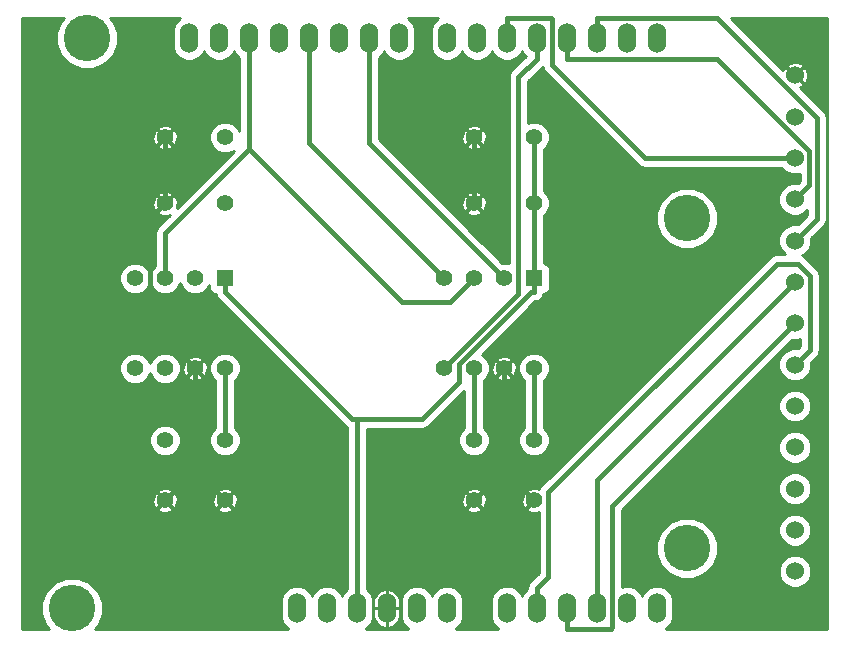
<source format=gbl>
G04 (created by PCBNEW-RS274X (2011-aug-04)-testing) date Mon 24 Sep 2012 11:43:35 AM PDT*
G01*
G70*
G90*
%MOIN*%
G04 Gerber Fmt 3.4, Leading zero omitted, Abs format*
%FSLAX34Y34*%
G04 APERTURE LIST*
%ADD10C,0.006000*%
%ADD11R,0.055000X0.055000*%
%ADD12C,0.055000*%
%ADD13O,0.060000X0.100000*%
%ADD14C,0.155000*%
%ADD15C,0.060000*%
%ADD16C,0.015000*%
%ADD17C,0.010000*%
G04 APERTURE END LIST*
G54D10*
G54D11*
X27400Y-18000D03*
G54D12*
X26400Y-18000D03*
X25400Y-18000D03*
X24400Y-18000D03*
X24400Y-21000D03*
X25400Y-21000D03*
X26400Y-21000D03*
X27400Y-21000D03*
G54D11*
X17100Y-18000D03*
G54D12*
X16100Y-18000D03*
X15100Y-18000D03*
X14100Y-18000D03*
X14100Y-21000D03*
X15100Y-21000D03*
X16100Y-21000D03*
X17100Y-21000D03*
X27400Y-13300D03*
X25400Y-13300D03*
X17100Y-13300D03*
X15100Y-13300D03*
X27400Y-15500D03*
X25400Y-15500D03*
X17100Y-15500D03*
X15100Y-15500D03*
X27400Y-23400D03*
X27400Y-25400D03*
X17100Y-23400D03*
X17100Y-25400D03*
X25400Y-23400D03*
X25400Y-25400D03*
X15100Y-23400D03*
X15100Y-25400D03*
G54D13*
X31500Y-29000D03*
X30500Y-29000D03*
X29500Y-29000D03*
X26500Y-29000D03*
X27500Y-29000D03*
X28500Y-29000D03*
X24500Y-29000D03*
X23500Y-29000D03*
X22500Y-29000D03*
X20500Y-29000D03*
X19500Y-29000D03*
X31500Y-10000D03*
X30500Y-10000D03*
X29500Y-10000D03*
X28500Y-10000D03*
X27500Y-10000D03*
X26500Y-10000D03*
X25500Y-10000D03*
X24500Y-10000D03*
X22900Y-10000D03*
X21900Y-10000D03*
X20900Y-10000D03*
X19900Y-10000D03*
X18900Y-10000D03*
X17900Y-10000D03*
X16900Y-10000D03*
X15900Y-10000D03*
X21500Y-29000D03*
G54D14*
X32500Y-27000D03*
X32500Y-16000D03*
X12500Y-10000D03*
X12000Y-29000D03*
G54D15*
X36101Y-27769D03*
X36100Y-26392D03*
X36099Y-25011D03*
X36100Y-23634D03*
X36100Y-22256D03*
X36100Y-20880D03*
X36100Y-19501D03*
X36099Y-18123D03*
X36099Y-16745D03*
X36099Y-15365D03*
X36098Y-12611D03*
X36099Y-13989D03*
X36099Y-11233D03*
G54D16*
X17100Y-18000D02*
X17100Y-18453D01*
X27400Y-13300D02*
X27400Y-15500D01*
X21500Y-29000D02*
X21500Y-22698D01*
X21345Y-22698D02*
X17100Y-18453D01*
X21500Y-22698D02*
X21345Y-22698D01*
X27400Y-15500D02*
X27400Y-18000D01*
X23656Y-22698D02*
X21500Y-22698D01*
X24900Y-21454D02*
X23656Y-22698D01*
X24900Y-20859D02*
X24900Y-21454D01*
X27306Y-18453D02*
X24900Y-20859D01*
X27400Y-18453D02*
X27306Y-18453D01*
X27400Y-18000D02*
X27400Y-18453D01*
X27878Y-27944D02*
X27500Y-28322D01*
X27878Y-25128D02*
X27878Y-27944D01*
X35492Y-17514D02*
X27878Y-25128D01*
X36191Y-17514D02*
X35492Y-17514D01*
X36597Y-17920D02*
X36191Y-17514D01*
X36597Y-20383D02*
X36597Y-17920D01*
X36100Y-20880D02*
X36597Y-20383D01*
X27500Y-29000D02*
X27500Y-28322D01*
X29958Y-29678D02*
X28500Y-29678D01*
X30000Y-29636D02*
X29958Y-29678D01*
X30000Y-25601D02*
X30000Y-29636D01*
X36100Y-19501D02*
X30000Y-25601D01*
X28500Y-29000D02*
X28500Y-29678D01*
X29500Y-24722D02*
X36099Y-18123D01*
X29500Y-29000D02*
X29500Y-24722D01*
X21900Y-13500D02*
X21900Y-10000D01*
X26400Y-18000D02*
X21900Y-13500D01*
X33511Y-09322D02*
X29500Y-09322D01*
X36834Y-12645D02*
X33511Y-09322D01*
X36834Y-16010D02*
X36834Y-12645D01*
X36099Y-16745D02*
X36834Y-16010D01*
X29500Y-10000D02*
X29500Y-09322D01*
X28500Y-10000D02*
X28500Y-10678D01*
X36580Y-14884D02*
X36099Y-15365D01*
X36580Y-13770D02*
X36580Y-14884D01*
X33488Y-10678D02*
X36580Y-13770D01*
X28500Y-10678D02*
X33488Y-10678D01*
X27958Y-09322D02*
X26500Y-09322D01*
X28000Y-09364D02*
X27958Y-09322D01*
X28000Y-10896D02*
X28000Y-09364D01*
X31093Y-13989D02*
X28000Y-10896D01*
X36099Y-13989D02*
X31093Y-13989D01*
X26500Y-10000D02*
X26500Y-09322D01*
X26881Y-18519D02*
X24400Y-21000D01*
X26881Y-11297D02*
X26881Y-18519D01*
X27500Y-10678D02*
X26881Y-11297D01*
X27500Y-10000D02*
X27500Y-10678D01*
X19900Y-13500D02*
X24400Y-18000D01*
X19900Y-10000D02*
X19900Y-13500D01*
X24614Y-18786D02*
X25400Y-18000D01*
X22986Y-18786D02*
X24614Y-18786D01*
X17900Y-13700D02*
X22986Y-18786D01*
X17900Y-10000D02*
X17900Y-13700D01*
X15100Y-16500D02*
X15100Y-18000D01*
X17900Y-13700D02*
X15100Y-16500D01*
X27400Y-23400D02*
X27400Y-21000D01*
X17100Y-23400D02*
X17100Y-21000D01*
X25400Y-23400D02*
X25400Y-21000D01*
X15100Y-15500D02*
X15100Y-13300D01*
X14600Y-19500D02*
X16100Y-21000D01*
X14600Y-16000D02*
X14600Y-19500D01*
X15100Y-15500D02*
X14600Y-16000D01*
X25400Y-13300D02*
X25400Y-15500D01*
X16100Y-24900D02*
X16100Y-21000D01*
X16600Y-24900D02*
X16100Y-24900D01*
X17100Y-25400D02*
X16600Y-24900D01*
X15600Y-24900D02*
X15100Y-25400D01*
X16100Y-24900D02*
X15600Y-24900D01*
X26400Y-24400D02*
X27400Y-25400D01*
X26400Y-21000D02*
X26400Y-24400D01*
X26400Y-24400D02*
X25400Y-25400D01*
G54D10*
G36*
X21175Y-28347D02*
X21043Y-28480D01*
X21000Y-28582D01*
X20958Y-28480D01*
X20806Y-28329D01*
X20608Y-28246D01*
X20393Y-28246D01*
X20194Y-28328D01*
X20043Y-28480D01*
X20000Y-28582D01*
X19958Y-28480D01*
X19806Y-28329D01*
X19608Y-28246D01*
X19393Y-28246D01*
X19194Y-28328D01*
X19043Y-28480D01*
X18960Y-28678D01*
X18960Y-28893D01*
X18960Y-29321D01*
X19042Y-29520D01*
X19194Y-29671D01*
X19203Y-29675D01*
X17625Y-29675D01*
X17625Y-23505D01*
X17625Y-23296D01*
X17545Y-23103D01*
X17425Y-22982D01*
X17425Y-21417D01*
X17545Y-21298D01*
X17625Y-21105D01*
X17625Y-20896D01*
X17545Y-20703D01*
X17398Y-20555D01*
X17205Y-20475D01*
X16996Y-20475D01*
X16803Y-20555D01*
X16655Y-20702D01*
X16575Y-20895D01*
X16575Y-21104D01*
X16655Y-21297D01*
X16775Y-21417D01*
X16775Y-22982D01*
X16655Y-23102D01*
X16575Y-23295D01*
X16575Y-23504D01*
X16655Y-23697D01*
X16802Y-23845D01*
X16995Y-23925D01*
X17204Y-23925D01*
X17397Y-23845D01*
X17545Y-23698D01*
X17625Y-23505D01*
X17625Y-29675D01*
X17518Y-29675D01*
X17518Y-25329D01*
X17459Y-25174D01*
X17446Y-25155D01*
X17377Y-25130D01*
X17370Y-25137D01*
X17370Y-25123D01*
X17345Y-25054D01*
X17194Y-24986D01*
X17029Y-24982D01*
X16874Y-25041D01*
X16855Y-25054D01*
X16830Y-25123D01*
X17100Y-25393D01*
X17370Y-25123D01*
X17370Y-25137D01*
X17107Y-25400D01*
X17377Y-25670D01*
X17446Y-25645D01*
X17514Y-25494D01*
X17518Y-25329D01*
X17518Y-29675D01*
X17370Y-29675D01*
X17370Y-25677D01*
X17100Y-25407D01*
X17093Y-25414D01*
X17093Y-25400D01*
X16823Y-25130D01*
X16754Y-25155D01*
X16686Y-25306D01*
X16682Y-25471D01*
X16741Y-25626D01*
X16754Y-25645D01*
X16823Y-25670D01*
X17093Y-25400D01*
X17093Y-25414D01*
X16830Y-25677D01*
X16855Y-25746D01*
X17006Y-25814D01*
X17171Y-25818D01*
X17326Y-25759D01*
X17345Y-25746D01*
X17370Y-25677D01*
X17370Y-29675D01*
X16518Y-29675D01*
X16518Y-20929D01*
X16459Y-20774D01*
X16446Y-20755D01*
X16377Y-20730D01*
X16370Y-20737D01*
X16370Y-20723D01*
X16345Y-20654D01*
X16194Y-20586D01*
X16029Y-20582D01*
X15874Y-20641D01*
X15855Y-20654D01*
X15830Y-20723D01*
X16100Y-20993D01*
X16370Y-20723D01*
X16370Y-20737D01*
X16107Y-21000D01*
X16377Y-21270D01*
X16446Y-21245D01*
X16514Y-21094D01*
X16518Y-20929D01*
X16518Y-29675D01*
X16370Y-29675D01*
X16370Y-21277D01*
X16100Y-21007D01*
X16093Y-21014D01*
X16093Y-21000D01*
X15823Y-20730D01*
X15754Y-20755D01*
X15686Y-20906D01*
X15682Y-21071D01*
X15741Y-21226D01*
X15754Y-21245D01*
X15823Y-21270D01*
X16093Y-21000D01*
X16093Y-21014D01*
X15830Y-21277D01*
X15855Y-21346D01*
X16006Y-21414D01*
X16171Y-21418D01*
X16326Y-21359D01*
X16345Y-21346D01*
X16370Y-21277D01*
X16370Y-29675D01*
X15625Y-29675D01*
X15625Y-23505D01*
X15625Y-23296D01*
X15625Y-21105D01*
X15625Y-20896D01*
X15545Y-20703D01*
X15398Y-20555D01*
X15205Y-20475D01*
X14996Y-20475D01*
X14803Y-20555D01*
X14655Y-20702D01*
X14599Y-20835D01*
X14545Y-20703D01*
X14398Y-20555D01*
X14205Y-20475D01*
X13996Y-20475D01*
X13803Y-20555D01*
X13655Y-20702D01*
X13575Y-20895D01*
X13575Y-21104D01*
X13655Y-21297D01*
X13802Y-21445D01*
X13995Y-21525D01*
X14204Y-21525D01*
X14397Y-21445D01*
X14545Y-21298D01*
X14600Y-21164D01*
X14655Y-21297D01*
X14802Y-21445D01*
X14995Y-21525D01*
X15204Y-21525D01*
X15397Y-21445D01*
X15545Y-21298D01*
X15625Y-21105D01*
X15625Y-23296D01*
X15545Y-23103D01*
X15398Y-22955D01*
X15205Y-22875D01*
X14996Y-22875D01*
X14803Y-22955D01*
X14655Y-23102D01*
X14575Y-23295D01*
X14575Y-23504D01*
X14655Y-23697D01*
X14802Y-23845D01*
X14995Y-23925D01*
X15204Y-23925D01*
X15397Y-23845D01*
X15545Y-23698D01*
X15625Y-23505D01*
X15625Y-29675D01*
X15518Y-29675D01*
X15518Y-25329D01*
X15459Y-25174D01*
X15446Y-25155D01*
X15377Y-25130D01*
X15370Y-25137D01*
X15370Y-25123D01*
X15345Y-25054D01*
X15194Y-24986D01*
X15029Y-24982D01*
X14874Y-25041D01*
X14855Y-25054D01*
X14830Y-25123D01*
X15100Y-25393D01*
X15370Y-25123D01*
X15370Y-25137D01*
X15107Y-25400D01*
X15377Y-25670D01*
X15446Y-25645D01*
X15514Y-25494D01*
X15518Y-25329D01*
X15518Y-29675D01*
X15370Y-29675D01*
X15370Y-25677D01*
X15100Y-25407D01*
X15093Y-25414D01*
X15093Y-25400D01*
X14823Y-25130D01*
X14754Y-25155D01*
X14686Y-25306D01*
X14682Y-25471D01*
X14741Y-25626D01*
X14754Y-25645D01*
X14823Y-25670D01*
X15093Y-25400D01*
X15093Y-25414D01*
X14830Y-25677D01*
X14855Y-25746D01*
X15006Y-25814D01*
X15171Y-25818D01*
X15326Y-25759D01*
X15345Y-25746D01*
X15370Y-25677D01*
X15370Y-29675D01*
X12774Y-29675D01*
X12868Y-29581D01*
X13025Y-29205D01*
X13025Y-28797D01*
X12869Y-28420D01*
X12581Y-28132D01*
X12205Y-27975D01*
X11797Y-27975D01*
X11420Y-28131D01*
X11132Y-28419D01*
X10975Y-28795D01*
X10975Y-29203D01*
X11131Y-29580D01*
X11226Y-29675D01*
X10325Y-29675D01*
X10325Y-09325D01*
X11726Y-09325D01*
X11632Y-09419D01*
X11475Y-09795D01*
X11475Y-10203D01*
X11631Y-10580D01*
X11919Y-10868D01*
X12295Y-11025D01*
X12703Y-11025D01*
X13080Y-10869D01*
X13368Y-10581D01*
X13525Y-10205D01*
X13525Y-09797D01*
X13369Y-09420D01*
X13274Y-09325D01*
X15601Y-09325D01*
X15594Y-09328D01*
X15443Y-09480D01*
X15360Y-09678D01*
X15360Y-09893D01*
X15360Y-10321D01*
X15442Y-10520D01*
X15594Y-10671D01*
X15792Y-10754D01*
X16007Y-10754D01*
X16206Y-10672D01*
X16357Y-10520D01*
X16399Y-10417D01*
X16442Y-10520D01*
X16594Y-10671D01*
X16792Y-10754D01*
X17007Y-10754D01*
X17206Y-10672D01*
X17357Y-10520D01*
X17399Y-10417D01*
X17442Y-10520D01*
X17575Y-10652D01*
X17575Y-13075D01*
X17545Y-13003D01*
X17398Y-12855D01*
X17205Y-12775D01*
X16996Y-12775D01*
X16803Y-12855D01*
X16655Y-13002D01*
X16575Y-13195D01*
X16575Y-13404D01*
X16655Y-13597D01*
X16802Y-13745D01*
X16995Y-13825D01*
X17204Y-13825D01*
X17395Y-13745D01*
X15487Y-15652D01*
X15514Y-15594D01*
X15518Y-15429D01*
X15518Y-13229D01*
X15459Y-13074D01*
X15446Y-13055D01*
X15377Y-13030D01*
X15370Y-13037D01*
X15370Y-13023D01*
X15345Y-12954D01*
X15194Y-12886D01*
X15029Y-12882D01*
X14874Y-12941D01*
X14855Y-12954D01*
X14830Y-13023D01*
X15100Y-13293D01*
X15370Y-13023D01*
X15370Y-13037D01*
X15107Y-13300D01*
X15377Y-13570D01*
X15446Y-13545D01*
X15514Y-13394D01*
X15518Y-13229D01*
X15518Y-15429D01*
X15459Y-15274D01*
X15446Y-15255D01*
X15377Y-15230D01*
X15370Y-15237D01*
X15370Y-15223D01*
X15370Y-13577D01*
X15100Y-13307D01*
X15093Y-13314D01*
X15093Y-13300D01*
X14823Y-13030D01*
X14754Y-13055D01*
X14686Y-13206D01*
X14682Y-13371D01*
X14741Y-13526D01*
X14754Y-13545D01*
X14823Y-13570D01*
X15093Y-13300D01*
X15093Y-13314D01*
X14830Y-13577D01*
X14855Y-13646D01*
X15006Y-13714D01*
X15171Y-13718D01*
X15326Y-13659D01*
X15345Y-13646D01*
X15370Y-13577D01*
X15370Y-15223D01*
X15345Y-15154D01*
X15194Y-15086D01*
X15029Y-15082D01*
X14874Y-15141D01*
X14855Y-15154D01*
X14830Y-15223D01*
X15100Y-15493D01*
X15370Y-15223D01*
X15370Y-15237D01*
X15142Y-15465D01*
X15107Y-15500D01*
X15100Y-15507D01*
X15093Y-15514D01*
X15093Y-15500D01*
X14823Y-15230D01*
X14754Y-15255D01*
X14686Y-15406D01*
X14682Y-15571D01*
X14741Y-15726D01*
X14754Y-15745D01*
X14823Y-15770D01*
X15093Y-15500D01*
X15093Y-15514D01*
X15065Y-15542D01*
X14830Y-15777D01*
X14855Y-15846D01*
X15006Y-15914D01*
X15171Y-15918D01*
X15253Y-15886D01*
X14870Y-16270D01*
X14800Y-16376D01*
X14775Y-16500D01*
X14775Y-17582D01*
X14655Y-17702D01*
X14599Y-17835D01*
X14545Y-17703D01*
X14398Y-17555D01*
X14205Y-17475D01*
X13996Y-17475D01*
X13803Y-17555D01*
X13655Y-17702D01*
X13575Y-17895D01*
X13575Y-18104D01*
X13655Y-18297D01*
X13802Y-18445D01*
X13995Y-18525D01*
X14204Y-18525D01*
X14397Y-18445D01*
X14545Y-18298D01*
X14600Y-18164D01*
X14655Y-18297D01*
X14802Y-18445D01*
X14995Y-18525D01*
X15204Y-18525D01*
X15397Y-18445D01*
X15545Y-18298D01*
X15600Y-18164D01*
X15655Y-18297D01*
X15802Y-18445D01*
X15995Y-18525D01*
X16204Y-18525D01*
X16397Y-18445D01*
X16545Y-18298D01*
X16576Y-18223D01*
X16576Y-18324D01*
X16614Y-18416D01*
X16684Y-18486D01*
X16775Y-18524D01*
X16789Y-18524D01*
X16800Y-18577D01*
X16870Y-18683D01*
X21115Y-22928D01*
X21175Y-22968D01*
X21175Y-28347D01*
X21175Y-28347D01*
G37*
G54D17*
X21175Y-28347D02*
X21043Y-28480D01*
X21000Y-28582D01*
X20958Y-28480D01*
X20806Y-28329D01*
X20608Y-28246D01*
X20393Y-28246D01*
X20194Y-28328D01*
X20043Y-28480D01*
X20000Y-28582D01*
X19958Y-28480D01*
X19806Y-28329D01*
X19608Y-28246D01*
X19393Y-28246D01*
X19194Y-28328D01*
X19043Y-28480D01*
X18960Y-28678D01*
X18960Y-28893D01*
X18960Y-29321D01*
X19042Y-29520D01*
X19194Y-29671D01*
X19203Y-29675D01*
X17625Y-29675D01*
X17625Y-23505D01*
X17625Y-23296D01*
X17545Y-23103D01*
X17425Y-22982D01*
X17425Y-21417D01*
X17545Y-21298D01*
X17625Y-21105D01*
X17625Y-20896D01*
X17545Y-20703D01*
X17398Y-20555D01*
X17205Y-20475D01*
X16996Y-20475D01*
X16803Y-20555D01*
X16655Y-20702D01*
X16575Y-20895D01*
X16575Y-21104D01*
X16655Y-21297D01*
X16775Y-21417D01*
X16775Y-22982D01*
X16655Y-23102D01*
X16575Y-23295D01*
X16575Y-23504D01*
X16655Y-23697D01*
X16802Y-23845D01*
X16995Y-23925D01*
X17204Y-23925D01*
X17397Y-23845D01*
X17545Y-23698D01*
X17625Y-23505D01*
X17625Y-29675D01*
X17518Y-29675D01*
X17518Y-25329D01*
X17459Y-25174D01*
X17446Y-25155D01*
X17377Y-25130D01*
X17370Y-25137D01*
X17370Y-25123D01*
X17345Y-25054D01*
X17194Y-24986D01*
X17029Y-24982D01*
X16874Y-25041D01*
X16855Y-25054D01*
X16830Y-25123D01*
X17100Y-25393D01*
X17370Y-25123D01*
X17370Y-25137D01*
X17107Y-25400D01*
X17377Y-25670D01*
X17446Y-25645D01*
X17514Y-25494D01*
X17518Y-25329D01*
X17518Y-29675D01*
X17370Y-29675D01*
X17370Y-25677D01*
X17100Y-25407D01*
X17093Y-25414D01*
X17093Y-25400D01*
X16823Y-25130D01*
X16754Y-25155D01*
X16686Y-25306D01*
X16682Y-25471D01*
X16741Y-25626D01*
X16754Y-25645D01*
X16823Y-25670D01*
X17093Y-25400D01*
X17093Y-25414D01*
X16830Y-25677D01*
X16855Y-25746D01*
X17006Y-25814D01*
X17171Y-25818D01*
X17326Y-25759D01*
X17345Y-25746D01*
X17370Y-25677D01*
X17370Y-29675D01*
X16518Y-29675D01*
X16518Y-20929D01*
X16459Y-20774D01*
X16446Y-20755D01*
X16377Y-20730D01*
X16370Y-20737D01*
X16370Y-20723D01*
X16345Y-20654D01*
X16194Y-20586D01*
X16029Y-20582D01*
X15874Y-20641D01*
X15855Y-20654D01*
X15830Y-20723D01*
X16100Y-20993D01*
X16370Y-20723D01*
X16370Y-20737D01*
X16107Y-21000D01*
X16377Y-21270D01*
X16446Y-21245D01*
X16514Y-21094D01*
X16518Y-20929D01*
X16518Y-29675D01*
X16370Y-29675D01*
X16370Y-21277D01*
X16100Y-21007D01*
X16093Y-21014D01*
X16093Y-21000D01*
X15823Y-20730D01*
X15754Y-20755D01*
X15686Y-20906D01*
X15682Y-21071D01*
X15741Y-21226D01*
X15754Y-21245D01*
X15823Y-21270D01*
X16093Y-21000D01*
X16093Y-21014D01*
X15830Y-21277D01*
X15855Y-21346D01*
X16006Y-21414D01*
X16171Y-21418D01*
X16326Y-21359D01*
X16345Y-21346D01*
X16370Y-21277D01*
X16370Y-29675D01*
X15625Y-29675D01*
X15625Y-23505D01*
X15625Y-23296D01*
X15625Y-21105D01*
X15625Y-20896D01*
X15545Y-20703D01*
X15398Y-20555D01*
X15205Y-20475D01*
X14996Y-20475D01*
X14803Y-20555D01*
X14655Y-20702D01*
X14599Y-20835D01*
X14545Y-20703D01*
X14398Y-20555D01*
X14205Y-20475D01*
X13996Y-20475D01*
X13803Y-20555D01*
X13655Y-20702D01*
X13575Y-20895D01*
X13575Y-21104D01*
X13655Y-21297D01*
X13802Y-21445D01*
X13995Y-21525D01*
X14204Y-21525D01*
X14397Y-21445D01*
X14545Y-21298D01*
X14600Y-21164D01*
X14655Y-21297D01*
X14802Y-21445D01*
X14995Y-21525D01*
X15204Y-21525D01*
X15397Y-21445D01*
X15545Y-21298D01*
X15625Y-21105D01*
X15625Y-23296D01*
X15545Y-23103D01*
X15398Y-22955D01*
X15205Y-22875D01*
X14996Y-22875D01*
X14803Y-22955D01*
X14655Y-23102D01*
X14575Y-23295D01*
X14575Y-23504D01*
X14655Y-23697D01*
X14802Y-23845D01*
X14995Y-23925D01*
X15204Y-23925D01*
X15397Y-23845D01*
X15545Y-23698D01*
X15625Y-23505D01*
X15625Y-29675D01*
X15518Y-29675D01*
X15518Y-25329D01*
X15459Y-25174D01*
X15446Y-25155D01*
X15377Y-25130D01*
X15370Y-25137D01*
X15370Y-25123D01*
X15345Y-25054D01*
X15194Y-24986D01*
X15029Y-24982D01*
X14874Y-25041D01*
X14855Y-25054D01*
X14830Y-25123D01*
X15100Y-25393D01*
X15370Y-25123D01*
X15370Y-25137D01*
X15107Y-25400D01*
X15377Y-25670D01*
X15446Y-25645D01*
X15514Y-25494D01*
X15518Y-25329D01*
X15518Y-29675D01*
X15370Y-29675D01*
X15370Y-25677D01*
X15100Y-25407D01*
X15093Y-25414D01*
X15093Y-25400D01*
X14823Y-25130D01*
X14754Y-25155D01*
X14686Y-25306D01*
X14682Y-25471D01*
X14741Y-25626D01*
X14754Y-25645D01*
X14823Y-25670D01*
X15093Y-25400D01*
X15093Y-25414D01*
X14830Y-25677D01*
X14855Y-25746D01*
X15006Y-25814D01*
X15171Y-25818D01*
X15326Y-25759D01*
X15345Y-25746D01*
X15370Y-25677D01*
X15370Y-29675D01*
X12774Y-29675D01*
X12868Y-29581D01*
X13025Y-29205D01*
X13025Y-28797D01*
X12869Y-28420D01*
X12581Y-28132D01*
X12205Y-27975D01*
X11797Y-27975D01*
X11420Y-28131D01*
X11132Y-28419D01*
X10975Y-28795D01*
X10975Y-29203D01*
X11131Y-29580D01*
X11226Y-29675D01*
X10325Y-29675D01*
X10325Y-09325D01*
X11726Y-09325D01*
X11632Y-09419D01*
X11475Y-09795D01*
X11475Y-10203D01*
X11631Y-10580D01*
X11919Y-10868D01*
X12295Y-11025D01*
X12703Y-11025D01*
X13080Y-10869D01*
X13368Y-10581D01*
X13525Y-10205D01*
X13525Y-09797D01*
X13369Y-09420D01*
X13274Y-09325D01*
X15601Y-09325D01*
X15594Y-09328D01*
X15443Y-09480D01*
X15360Y-09678D01*
X15360Y-09893D01*
X15360Y-10321D01*
X15442Y-10520D01*
X15594Y-10671D01*
X15792Y-10754D01*
X16007Y-10754D01*
X16206Y-10672D01*
X16357Y-10520D01*
X16399Y-10417D01*
X16442Y-10520D01*
X16594Y-10671D01*
X16792Y-10754D01*
X17007Y-10754D01*
X17206Y-10672D01*
X17357Y-10520D01*
X17399Y-10417D01*
X17442Y-10520D01*
X17575Y-10652D01*
X17575Y-13075D01*
X17545Y-13003D01*
X17398Y-12855D01*
X17205Y-12775D01*
X16996Y-12775D01*
X16803Y-12855D01*
X16655Y-13002D01*
X16575Y-13195D01*
X16575Y-13404D01*
X16655Y-13597D01*
X16802Y-13745D01*
X16995Y-13825D01*
X17204Y-13825D01*
X17395Y-13745D01*
X15487Y-15652D01*
X15514Y-15594D01*
X15518Y-15429D01*
X15518Y-13229D01*
X15459Y-13074D01*
X15446Y-13055D01*
X15377Y-13030D01*
X15370Y-13037D01*
X15370Y-13023D01*
X15345Y-12954D01*
X15194Y-12886D01*
X15029Y-12882D01*
X14874Y-12941D01*
X14855Y-12954D01*
X14830Y-13023D01*
X15100Y-13293D01*
X15370Y-13023D01*
X15370Y-13037D01*
X15107Y-13300D01*
X15377Y-13570D01*
X15446Y-13545D01*
X15514Y-13394D01*
X15518Y-13229D01*
X15518Y-15429D01*
X15459Y-15274D01*
X15446Y-15255D01*
X15377Y-15230D01*
X15370Y-15237D01*
X15370Y-15223D01*
X15370Y-13577D01*
X15100Y-13307D01*
X15093Y-13314D01*
X15093Y-13300D01*
X14823Y-13030D01*
X14754Y-13055D01*
X14686Y-13206D01*
X14682Y-13371D01*
X14741Y-13526D01*
X14754Y-13545D01*
X14823Y-13570D01*
X15093Y-13300D01*
X15093Y-13314D01*
X14830Y-13577D01*
X14855Y-13646D01*
X15006Y-13714D01*
X15171Y-13718D01*
X15326Y-13659D01*
X15345Y-13646D01*
X15370Y-13577D01*
X15370Y-15223D01*
X15345Y-15154D01*
X15194Y-15086D01*
X15029Y-15082D01*
X14874Y-15141D01*
X14855Y-15154D01*
X14830Y-15223D01*
X15100Y-15493D01*
X15370Y-15223D01*
X15370Y-15237D01*
X15142Y-15465D01*
X15107Y-15500D01*
X15100Y-15507D01*
X15093Y-15514D01*
X15093Y-15500D01*
X14823Y-15230D01*
X14754Y-15255D01*
X14686Y-15406D01*
X14682Y-15571D01*
X14741Y-15726D01*
X14754Y-15745D01*
X14823Y-15770D01*
X15093Y-15500D01*
X15093Y-15514D01*
X15065Y-15542D01*
X14830Y-15777D01*
X14855Y-15846D01*
X15006Y-15914D01*
X15171Y-15918D01*
X15253Y-15886D01*
X14870Y-16270D01*
X14800Y-16376D01*
X14775Y-16500D01*
X14775Y-17582D01*
X14655Y-17702D01*
X14599Y-17835D01*
X14545Y-17703D01*
X14398Y-17555D01*
X14205Y-17475D01*
X13996Y-17475D01*
X13803Y-17555D01*
X13655Y-17702D01*
X13575Y-17895D01*
X13575Y-18104D01*
X13655Y-18297D01*
X13802Y-18445D01*
X13995Y-18525D01*
X14204Y-18525D01*
X14397Y-18445D01*
X14545Y-18298D01*
X14600Y-18164D01*
X14655Y-18297D01*
X14802Y-18445D01*
X14995Y-18525D01*
X15204Y-18525D01*
X15397Y-18445D01*
X15545Y-18298D01*
X15600Y-18164D01*
X15655Y-18297D01*
X15802Y-18445D01*
X15995Y-18525D01*
X16204Y-18525D01*
X16397Y-18445D01*
X16545Y-18298D01*
X16576Y-18223D01*
X16576Y-18324D01*
X16614Y-18416D01*
X16684Y-18486D01*
X16775Y-18524D01*
X16789Y-18524D01*
X16800Y-18577D01*
X16870Y-18683D01*
X21115Y-22928D01*
X21175Y-22968D01*
X21175Y-28347D01*
G54D10*
G36*
X27120Y-10597D02*
X26651Y-11067D01*
X26581Y-11173D01*
X26556Y-11297D01*
X26556Y-17496D01*
X26505Y-17475D01*
X26334Y-17475D01*
X25818Y-16958D01*
X25818Y-15429D01*
X25818Y-13229D01*
X25759Y-13074D01*
X25746Y-13055D01*
X25677Y-13030D01*
X25670Y-13037D01*
X25670Y-13023D01*
X25645Y-12954D01*
X25494Y-12886D01*
X25329Y-12882D01*
X25174Y-12941D01*
X25155Y-12954D01*
X25130Y-13023D01*
X25400Y-13293D01*
X25670Y-13023D01*
X25670Y-13037D01*
X25407Y-13300D01*
X25677Y-13570D01*
X25746Y-13545D01*
X25814Y-13394D01*
X25818Y-13229D01*
X25818Y-15429D01*
X25759Y-15274D01*
X25746Y-15255D01*
X25677Y-15230D01*
X25670Y-15237D01*
X25670Y-15223D01*
X25670Y-13577D01*
X25400Y-13307D01*
X25393Y-13314D01*
X25393Y-13300D01*
X25123Y-13030D01*
X25054Y-13055D01*
X24986Y-13206D01*
X24982Y-13371D01*
X25041Y-13526D01*
X25054Y-13545D01*
X25123Y-13570D01*
X25393Y-13300D01*
X25393Y-13314D01*
X25130Y-13577D01*
X25155Y-13646D01*
X25306Y-13714D01*
X25471Y-13718D01*
X25626Y-13659D01*
X25645Y-13646D01*
X25670Y-13577D01*
X25670Y-15223D01*
X25645Y-15154D01*
X25494Y-15086D01*
X25329Y-15082D01*
X25174Y-15141D01*
X25155Y-15154D01*
X25130Y-15223D01*
X25400Y-15493D01*
X25670Y-15223D01*
X25670Y-15237D01*
X25407Y-15500D01*
X25677Y-15770D01*
X25746Y-15745D01*
X25814Y-15594D01*
X25818Y-15429D01*
X25818Y-16958D01*
X25670Y-16810D01*
X25670Y-15777D01*
X25400Y-15507D01*
X25393Y-15514D01*
X25393Y-15500D01*
X25123Y-15230D01*
X25054Y-15255D01*
X24986Y-15406D01*
X24982Y-15571D01*
X25041Y-15726D01*
X25054Y-15745D01*
X25123Y-15770D01*
X25393Y-15500D01*
X25393Y-15514D01*
X25130Y-15777D01*
X25155Y-15846D01*
X25306Y-15914D01*
X25471Y-15918D01*
X25626Y-15859D01*
X25645Y-15846D01*
X25670Y-15777D01*
X25670Y-16810D01*
X22225Y-13365D01*
X22225Y-10652D01*
X22357Y-10520D01*
X22399Y-10417D01*
X22442Y-10520D01*
X22594Y-10671D01*
X22792Y-10754D01*
X23007Y-10754D01*
X23206Y-10672D01*
X23357Y-10520D01*
X23440Y-10322D01*
X23440Y-10107D01*
X23440Y-09679D01*
X23358Y-09480D01*
X23206Y-09329D01*
X23196Y-09325D01*
X24201Y-09325D01*
X24194Y-09328D01*
X24043Y-09480D01*
X23960Y-09678D01*
X23960Y-09893D01*
X23960Y-10321D01*
X24042Y-10520D01*
X24194Y-10671D01*
X24392Y-10754D01*
X24607Y-10754D01*
X24806Y-10672D01*
X24957Y-10520D01*
X24999Y-10417D01*
X25042Y-10520D01*
X25194Y-10671D01*
X25392Y-10754D01*
X25607Y-10754D01*
X25806Y-10672D01*
X25957Y-10520D01*
X25999Y-10417D01*
X26042Y-10520D01*
X26194Y-10671D01*
X26392Y-10754D01*
X26607Y-10754D01*
X26806Y-10672D01*
X26957Y-10520D01*
X26999Y-10417D01*
X27042Y-10520D01*
X27120Y-10597D01*
X27120Y-10597D01*
G37*
G54D17*
X27120Y-10597D02*
X26651Y-11067D01*
X26581Y-11173D01*
X26556Y-11297D01*
X26556Y-17496D01*
X26505Y-17475D01*
X26334Y-17475D01*
X25818Y-16958D01*
X25818Y-15429D01*
X25818Y-13229D01*
X25759Y-13074D01*
X25746Y-13055D01*
X25677Y-13030D01*
X25670Y-13037D01*
X25670Y-13023D01*
X25645Y-12954D01*
X25494Y-12886D01*
X25329Y-12882D01*
X25174Y-12941D01*
X25155Y-12954D01*
X25130Y-13023D01*
X25400Y-13293D01*
X25670Y-13023D01*
X25670Y-13037D01*
X25407Y-13300D01*
X25677Y-13570D01*
X25746Y-13545D01*
X25814Y-13394D01*
X25818Y-13229D01*
X25818Y-15429D01*
X25759Y-15274D01*
X25746Y-15255D01*
X25677Y-15230D01*
X25670Y-15237D01*
X25670Y-15223D01*
X25670Y-13577D01*
X25400Y-13307D01*
X25393Y-13314D01*
X25393Y-13300D01*
X25123Y-13030D01*
X25054Y-13055D01*
X24986Y-13206D01*
X24982Y-13371D01*
X25041Y-13526D01*
X25054Y-13545D01*
X25123Y-13570D01*
X25393Y-13300D01*
X25393Y-13314D01*
X25130Y-13577D01*
X25155Y-13646D01*
X25306Y-13714D01*
X25471Y-13718D01*
X25626Y-13659D01*
X25645Y-13646D01*
X25670Y-13577D01*
X25670Y-15223D01*
X25645Y-15154D01*
X25494Y-15086D01*
X25329Y-15082D01*
X25174Y-15141D01*
X25155Y-15154D01*
X25130Y-15223D01*
X25400Y-15493D01*
X25670Y-15223D01*
X25670Y-15237D01*
X25407Y-15500D01*
X25677Y-15770D01*
X25746Y-15745D01*
X25814Y-15594D01*
X25818Y-15429D01*
X25818Y-16958D01*
X25670Y-16810D01*
X25670Y-15777D01*
X25400Y-15507D01*
X25393Y-15514D01*
X25393Y-15500D01*
X25123Y-15230D01*
X25054Y-15255D01*
X24986Y-15406D01*
X24982Y-15571D01*
X25041Y-15726D01*
X25054Y-15745D01*
X25123Y-15770D01*
X25393Y-15500D01*
X25393Y-15514D01*
X25130Y-15777D01*
X25155Y-15846D01*
X25306Y-15914D01*
X25471Y-15918D01*
X25626Y-15859D01*
X25645Y-15846D01*
X25670Y-15777D01*
X25670Y-16810D01*
X22225Y-13365D01*
X22225Y-10652D01*
X22357Y-10520D01*
X22399Y-10417D01*
X22442Y-10520D01*
X22594Y-10671D01*
X22792Y-10754D01*
X23007Y-10754D01*
X23206Y-10672D01*
X23357Y-10520D01*
X23440Y-10322D01*
X23440Y-10107D01*
X23440Y-09679D01*
X23358Y-09480D01*
X23206Y-09329D01*
X23196Y-09325D01*
X24201Y-09325D01*
X24194Y-09328D01*
X24043Y-09480D01*
X23960Y-09678D01*
X23960Y-09893D01*
X23960Y-10321D01*
X24042Y-10520D01*
X24194Y-10671D01*
X24392Y-10754D01*
X24607Y-10754D01*
X24806Y-10672D01*
X24957Y-10520D01*
X24999Y-10417D01*
X25042Y-10520D01*
X25194Y-10671D01*
X25392Y-10754D01*
X25607Y-10754D01*
X25806Y-10672D01*
X25957Y-10520D01*
X25999Y-10417D01*
X26042Y-10520D01*
X26194Y-10671D01*
X26392Y-10754D01*
X26607Y-10754D01*
X26806Y-10672D01*
X26957Y-10520D01*
X26999Y-10417D01*
X27042Y-10520D01*
X27120Y-10597D01*
G54D10*
G36*
X36509Y-15875D02*
X36188Y-16196D01*
X35990Y-16196D01*
X35788Y-16280D01*
X35634Y-16434D01*
X35550Y-16636D01*
X35550Y-16854D01*
X35634Y-17056D01*
X35767Y-17189D01*
X35492Y-17189D01*
X35491Y-17189D01*
X35466Y-17194D01*
X35368Y-17214D01*
X35262Y-17284D01*
X35260Y-17286D01*
X33525Y-19021D01*
X33525Y-16205D01*
X33525Y-15797D01*
X33369Y-15420D01*
X33081Y-15132D01*
X32705Y-14975D01*
X32297Y-14975D01*
X31920Y-15131D01*
X31632Y-15419D01*
X31475Y-15795D01*
X31475Y-16203D01*
X31631Y-16580D01*
X31919Y-16868D01*
X32295Y-17025D01*
X32703Y-17025D01*
X33080Y-16869D01*
X33368Y-16581D01*
X33525Y-16205D01*
X33525Y-19021D01*
X27925Y-24621D01*
X27925Y-23505D01*
X27925Y-23296D01*
X27845Y-23103D01*
X27725Y-22982D01*
X27725Y-21417D01*
X27845Y-21298D01*
X27925Y-21105D01*
X27925Y-20896D01*
X27845Y-20703D01*
X27698Y-20555D01*
X27505Y-20475D01*
X27296Y-20475D01*
X27103Y-20555D01*
X26955Y-20702D01*
X26875Y-20895D01*
X26875Y-21104D01*
X26955Y-21297D01*
X27075Y-21417D01*
X27075Y-22982D01*
X26955Y-23102D01*
X26875Y-23295D01*
X26875Y-23504D01*
X26955Y-23697D01*
X27102Y-23845D01*
X27295Y-23925D01*
X27504Y-23925D01*
X27697Y-23845D01*
X27845Y-23698D01*
X27925Y-23505D01*
X27925Y-24621D01*
X27648Y-24898D01*
X27578Y-25004D01*
X27574Y-25022D01*
X27494Y-24986D01*
X27329Y-24982D01*
X27174Y-25041D01*
X27155Y-25054D01*
X27130Y-25123D01*
X27365Y-25358D01*
X27400Y-25393D01*
X27407Y-25400D01*
X27400Y-25407D01*
X27393Y-25414D01*
X27393Y-25400D01*
X27123Y-25130D01*
X27054Y-25155D01*
X26986Y-25306D01*
X26982Y-25471D01*
X27041Y-25626D01*
X27054Y-25645D01*
X27123Y-25670D01*
X27393Y-25400D01*
X27393Y-25414D01*
X27365Y-25442D01*
X27130Y-25677D01*
X27155Y-25746D01*
X27306Y-25814D01*
X27471Y-25818D01*
X27553Y-25786D01*
X27553Y-27809D01*
X27270Y-28092D01*
X27200Y-28198D01*
X27175Y-28322D01*
X27175Y-28347D01*
X27043Y-28480D01*
X27000Y-28582D01*
X26958Y-28480D01*
X26818Y-28340D01*
X26818Y-20929D01*
X26759Y-20774D01*
X26746Y-20755D01*
X26677Y-20730D01*
X26670Y-20737D01*
X26670Y-20723D01*
X26645Y-20654D01*
X26494Y-20586D01*
X26329Y-20582D01*
X26174Y-20641D01*
X26155Y-20654D01*
X26130Y-20723D01*
X26400Y-20993D01*
X26670Y-20723D01*
X26670Y-20737D01*
X26407Y-21000D01*
X26677Y-21270D01*
X26746Y-21245D01*
X26814Y-21094D01*
X26818Y-20929D01*
X26818Y-28340D01*
X26806Y-28329D01*
X26670Y-28271D01*
X26670Y-21277D01*
X26400Y-21007D01*
X26393Y-21014D01*
X26393Y-21000D01*
X26123Y-20730D01*
X26054Y-20755D01*
X25986Y-20906D01*
X25982Y-21071D01*
X26041Y-21226D01*
X26054Y-21245D01*
X26123Y-21270D01*
X26393Y-21000D01*
X26393Y-21014D01*
X26130Y-21277D01*
X26155Y-21346D01*
X26306Y-21414D01*
X26471Y-21418D01*
X26626Y-21359D01*
X26645Y-21346D01*
X26670Y-21277D01*
X26670Y-28271D01*
X26608Y-28246D01*
X26393Y-28246D01*
X26194Y-28328D01*
X26043Y-28480D01*
X25960Y-28678D01*
X25960Y-28893D01*
X25960Y-29321D01*
X26042Y-29520D01*
X26194Y-29671D01*
X26203Y-29675D01*
X25818Y-29675D01*
X25818Y-25329D01*
X25759Y-25174D01*
X25746Y-25155D01*
X25677Y-25130D01*
X25670Y-25137D01*
X25670Y-25123D01*
X25645Y-25054D01*
X25494Y-24986D01*
X25329Y-24982D01*
X25174Y-25041D01*
X25155Y-25054D01*
X25130Y-25123D01*
X25400Y-25393D01*
X25670Y-25123D01*
X25670Y-25137D01*
X25407Y-25400D01*
X25677Y-25670D01*
X25746Y-25645D01*
X25814Y-25494D01*
X25818Y-25329D01*
X25818Y-29675D01*
X25670Y-29675D01*
X25670Y-25677D01*
X25400Y-25407D01*
X25393Y-25414D01*
X25393Y-25400D01*
X25123Y-25130D01*
X25054Y-25155D01*
X24986Y-25306D01*
X24982Y-25471D01*
X25041Y-25626D01*
X25054Y-25645D01*
X25123Y-25670D01*
X25393Y-25400D01*
X25393Y-25414D01*
X25130Y-25677D01*
X25155Y-25746D01*
X25306Y-25814D01*
X25471Y-25818D01*
X25626Y-25759D01*
X25645Y-25746D01*
X25670Y-25677D01*
X25670Y-29675D01*
X24798Y-29675D01*
X24806Y-29672D01*
X24957Y-29520D01*
X25040Y-29322D01*
X25040Y-29107D01*
X25040Y-28679D01*
X24958Y-28480D01*
X24806Y-28329D01*
X24608Y-28246D01*
X24393Y-28246D01*
X24194Y-28328D01*
X24043Y-28480D01*
X24000Y-28582D01*
X23958Y-28480D01*
X23806Y-28329D01*
X23608Y-28246D01*
X23393Y-28246D01*
X23194Y-28328D01*
X23043Y-28480D01*
X22960Y-28678D01*
X22960Y-28893D01*
X22960Y-29321D01*
X23042Y-29520D01*
X23194Y-29671D01*
X23203Y-29675D01*
X22950Y-29675D01*
X22950Y-29295D01*
X22950Y-29005D01*
X22950Y-28995D01*
X22950Y-28705D01*
X22879Y-28540D01*
X22751Y-28415D01*
X22575Y-28357D01*
X22505Y-28388D01*
X22505Y-28995D01*
X22950Y-28995D01*
X22950Y-29005D01*
X22505Y-29005D01*
X22505Y-29612D01*
X22575Y-29643D01*
X22751Y-29585D01*
X22879Y-29460D01*
X22950Y-29295D01*
X22950Y-29675D01*
X22495Y-29675D01*
X22495Y-29612D01*
X22495Y-29005D01*
X22495Y-28995D01*
X22495Y-28388D01*
X22425Y-28357D01*
X22249Y-28415D01*
X22121Y-28540D01*
X22050Y-28705D01*
X22050Y-28995D01*
X22495Y-28995D01*
X22495Y-29005D01*
X22050Y-29005D01*
X22050Y-29295D01*
X22121Y-29460D01*
X22249Y-29585D01*
X22425Y-29643D01*
X22495Y-29612D01*
X22495Y-29675D01*
X21798Y-29675D01*
X21806Y-29672D01*
X21957Y-29520D01*
X22040Y-29322D01*
X22040Y-29107D01*
X22040Y-28679D01*
X21958Y-28480D01*
X21825Y-28347D01*
X21825Y-23023D01*
X23656Y-23023D01*
X23780Y-22998D01*
X23886Y-22928D01*
X25075Y-21739D01*
X25075Y-22982D01*
X24955Y-23102D01*
X24875Y-23295D01*
X24875Y-23504D01*
X24955Y-23697D01*
X25102Y-23845D01*
X25295Y-23925D01*
X25504Y-23925D01*
X25697Y-23845D01*
X25845Y-23698D01*
X25925Y-23505D01*
X25925Y-23296D01*
X25845Y-23103D01*
X25725Y-22982D01*
X25725Y-21417D01*
X25845Y-21298D01*
X25925Y-21105D01*
X25925Y-20896D01*
X25845Y-20703D01*
X25698Y-20555D01*
X25673Y-20544D01*
X27450Y-18767D01*
X27524Y-18753D01*
X27630Y-18683D01*
X27700Y-18577D01*
X27710Y-18524D01*
X27724Y-18524D01*
X27816Y-18486D01*
X27886Y-18416D01*
X27924Y-18325D01*
X27924Y-18226D01*
X27924Y-17676D01*
X27886Y-17584D01*
X27816Y-17514D01*
X27725Y-17476D01*
X27725Y-15917D01*
X27845Y-15798D01*
X27925Y-15605D01*
X27925Y-15396D01*
X27845Y-15203D01*
X27725Y-15082D01*
X27725Y-13717D01*
X27845Y-13598D01*
X27925Y-13405D01*
X27925Y-13196D01*
X27845Y-13003D01*
X27698Y-12855D01*
X27505Y-12775D01*
X27296Y-12775D01*
X27206Y-12812D01*
X27206Y-11432D01*
X27686Y-10951D01*
X27700Y-11020D01*
X27770Y-11126D01*
X30863Y-14219D01*
X30968Y-14289D01*
X30969Y-14289D01*
X31093Y-14314D01*
X35648Y-14314D01*
X35788Y-14454D01*
X35990Y-14538D01*
X36208Y-14538D01*
X36255Y-14518D01*
X36255Y-14749D01*
X36188Y-14816D01*
X35990Y-14816D01*
X35788Y-14900D01*
X35634Y-15054D01*
X35550Y-15256D01*
X35550Y-15474D01*
X35634Y-15676D01*
X35788Y-15830D01*
X35990Y-15914D01*
X36208Y-15914D01*
X36410Y-15830D01*
X36509Y-15731D01*
X36509Y-15875D01*
X36509Y-15875D01*
G37*
G54D17*
X36509Y-15875D02*
X36188Y-16196D01*
X35990Y-16196D01*
X35788Y-16280D01*
X35634Y-16434D01*
X35550Y-16636D01*
X35550Y-16854D01*
X35634Y-17056D01*
X35767Y-17189D01*
X35492Y-17189D01*
X35491Y-17189D01*
X35466Y-17194D01*
X35368Y-17214D01*
X35262Y-17284D01*
X35260Y-17286D01*
X33525Y-19021D01*
X33525Y-16205D01*
X33525Y-15797D01*
X33369Y-15420D01*
X33081Y-15132D01*
X32705Y-14975D01*
X32297Y-14975D01*
X31920Y-15131D01*
X31632Y-15419D01*
X31475Y-15795D01*
X31475Y-16203D01*
X31631Y-16580D01*
X31919Y-16868D01*
X32295Y-17025D01*
X32703Y-17025D01*
X33080Y-16869D01*
X33368Y-16581D01*
X33525Y-16205D01*
X33525Y-19021D01*
X27925Y-24621D01*
X27925Y-23505D01*
X27925Y-23296D01*
X27845Y-23103D01*
X27725Y-22982D01*
X27725Y-21417D01*
X27845Y-21298D01*
X27925Y-21105D01*
X27925Y-20896D01*
X27845Y-20703D01*
X27698Y-20555D01*
X27505Y-20475D01*
X27296Y-20475D01*
X27103Y-20555D01*
X26955Y-20702D01*
X26875Y-20895D01*
X26875Y-21104D01*
X26955Y-21297D01*
X27075Y-21417D01*
X27075Y-22982D01*
X26955Y-23102D01*
X26875Y-23295D01*
X26875Y-23504D01*
X26955Y-23697D01*
X27102Y-23845D01*
X27295Y-23925D01*
X27504Y-23925D01*
X27697Y-23845D01*
X27845Y-23698D01*
X27925Y-23505D01*
X27925Y-24621D01*
X27648Y-24898D01*
X27578Y-25004D01*
X27574Y-25022D01*
X27494Y-24986D01*
X27329Y-24982D01*
X27174Y-25041D01*
X27155Y-25054D01*
X27130Y-25123D01*
X27365Y-25358D01*
X27400Y-25393D01*
X27407Y-25400D01*
X27400Y-25407D01*
X27393Y-25414D01*
X27393Y-25400D01*
X27123Y-25130D01*
X27054Y-25155D01*
X26986Y-25306D01*
X26982Y-25471D01*
X27041Y-25626D01*
X27054Y-25645D01*
X27123Y-25670D01*
X27393Y-25400D01*
X27393Y-25414D01*
X27365Y-25442D01*
X27130Y-25677D01*
X27155Y-25746D01*
X27306Y-25814D01*
X27471Y-25818D01*
X27553Y-25786D01*
X27553Y-27809D01*
X27270Y-28092D01*
X27200Y-28198D01*
X27175Y-28322D01*
X27175Y-28347D01*
X27043Y-28480D01*
X27000Y-28582D01*
X26958Y-28480D01*
X26818Y-28340D01*
X26818Y-20929D01*
X26759Y-20774D01*
X26746Y-20755D01*
X26677Y-20730D01*
X26670Y-20737D01*
X26670Y-20723D01*
X26645Y-20654D01*
X26494Y-20586D01*
X26329Y-20582D01*
X26174Y-20641D01*
X26155Y-20654D01*
X26130Y-20723D01*
X26400Y-20993D01*
X26670Y-20723D01*
X26670Y-20737D01*
X26407Y-21000D01*
X26677Y-21270D01*
X26746Y-21245D01*
X26814Y-21094D01*
X26818Y-20929D01*
X26818Y-28340D01*
X26806Y-28329D01*
X26670Y-28271D01*
X26670Y-21277D01*
X26400Y-21007D01*
X26393Y-21014D01*
X26393Y-21000D01*
X26123Y-20730D01*
X26054Y-20755D01*
X25986Y-20906D01*
X25982Y-21071D01*
X26041Y-21226D01*
X26054Y-21245D01*
X26123Y-21270D01*
X26393Y-21000D01*
X26393Y-21014D01*
X26130Y-21277D01*
X26155Y-21346D01*
X26306Y-21414D01*
X26471Y-21418D01*
X26626Y-21359D01*
X26645Y-21346D01*
X26670Y-21277D01*
X26670Y-28271D01*
X26608Y-28246D01*
X26393Y-28246D01*
X26194Y-28328D01*
X26043Y-28480D01*
X25960Y-28678D01*
X25960Y-28893D01*
X25960Y-29321D01*
X26042Y-29520D01*
X26194Y-29671D01*
X26203Y-29675D01*
X25818Y-29675D01*
X25818Y-25329D01*
X25759Y-25174D01*
X25746Y-25155D01*
X25677Y-25130D01*
X25670Y-25137D01*
X25670Y-25123D01*
X25645Y-25054D01*
X25494Y-24986D01*
X25329Y-24982D01*
X25174Y-25041D01*
X25155Y-25054D01*
X25130Y-25123D01*
X25400Y-25393D01*
X25670Y-25123D01*
X25670Y-25137D01*
X25407Y-25400D01*
X25677Y-25670D01*
X25746Y-25645D01*
X25814Y-25494D01*
X25818Y-25329D01*
X25818Y-29675D01*
X25670Y-29675D01*
X25670Y-25677D01*
X25400Y-25407D01*
X25393Y-25414D01*
X25393Y-25400D01*
X25123Y-25130D01*
X25054Y-25155D01*
X24986Y-25306D01*
X24982Y-25471D01*
X25041Y-25626D01*
X25054Y-25645D01*
X25123Y-25670D01*
X25393Y-25400D01*
X25393Y-25414D01*
X25130Y-25677D01*
X25155Y-25746D01*
X25306Y-25814D01*
X25471Y-25818D01*
X25626Y-25759D01*
X25645Y-25746D01*
X25670Y-25677D01*
X25670Y-29675D01*
X24798Y-29675D01*
X24806Y-29672D01*
X24957Y-29520D01*
X25040Y-29322D01*
X25040Y-29107D01*
X25040Y-28679D01*
X24958Y-28480D01*
X24806Y-28329D01*
X24608Y-28246D01*
X24393Y-28246D01*
X24194Y-28328D01*
X24043Y-28480D01*
X24000Y-28582D01*
X23958Y-28480D01*
X23806Y-28329D01*
X23608Y-28246D01*
X23393Y-28246D01*
X23194Y-28328D01*
X23043Y-28480D01*
X22960Y-28678D01*
X22960Y-28893D01*
X22960Y-29321D01*
X23042Y-29520D01*
X23194Y-29671D01*
X23203Y-29675D01*
X22950Y-29675D01*
X22950Y-29295D01*
X22950Y-29005D01*
X22950Y-28995D01*
X22950Y-28705D01*
X22879Y-28540D01*
X22751Y-28415D01*
X22575Y-28357D01*
X22505Y-28388D01*
X22505Y-28995D01*
X22950Y-28995D01*
X22950Y-29005D01*
X22505Y-29005D01*
X22505Y-29612D01*
X22575Y-29643D01*
X22751Y-29585D01*
X22879Y-29460D01*
X22950Y-29295D01*
X22950Y-29675D01*
X22495Y-29675D01*
X22495Y-29612D01*
X22495Y-29005D01*
X22495Y-28995D01*
X22495Y-28388D01*
X22425Y-28357D01*
X22249Y-28415D01*
X22121Y-28540D01*
X22050Y-28705D01*
X22050Y-28995D01*
X22495Y-28995D01*
X22495Y-29005D01*
X22050Y-29005D01*
X22050Y-29295D01*
X22121Y-29460D01*
X22249Y-29585D01*
X22425Y-29643D01*
X22495Y-29612D01*
X22495Y-29675D01*
X21798Y-29675D01*
X21806Y-29672D01*
X21957Y-29520D01*
X22040Y-29322D01*
X22040Y-29107D01*
X22040Y-28679D01*
X21958Y-28480D01*
X21825Y-28347D01*
X21825Y-23023D01*
X23656Y-23023D01*
X23780Y-22998D01*
X23886Y-22928D01*
X25075Y-21739D01*
X25075Y-22982D01*
X24955Y-23102D01*
X24875Y-23295D01*
X24875Y-23504D01*
X24955Y-23697D01*
X25102Y-23845D01*
X25295Y-23925D01*
X25504Y-23925D01*
X25697Y-23845D01*
X25845Y-23698D01*
X25925Y-23505D01*
X25925Y-23296D01*
X25845Y-23103D01*
X25725Y-22982D01*
X25725Y-21417D01*
X25845Y-21298D01*
X25925Y-21105D01*
X25925Y-20896D01*
X25845Y-20703D01*
X25698Y-20555D01*
X25673Y-20544D01*
X27450Y-18767D01*
X27524Y-18753D01*
X27630Y-18683D01*
X27700Y-18577D01*
X27710Y-18524D01*
X27724Y-18524D01*
X27816Y-18486D01*
X27886Y-18416D01*
X27924Y-18325D01*
X27924Y-18226D01*
X27924Y-17676D01*
X27886Y-17584D01*
X27816Y-17514D01*
X27725Y-17476D01*
X27725Y-15917D01*
X27845Y-15798D01*
X27925Y-15605D01*
X27925Y-15396D01*
X27845Y-15203D01*
X27725Y-15082D01*
X27725Y-13717D01*
X27845Y-13598D01*
X27925Y-13405D01*
X27925Y-13196D01*
X27845Y-13003D01*
X27698Y-12855D01*
X27505Y-12775D01*
X27296Y-12775D01*
X27206Y-12812D01*
X27206Y-11432D01*
X27686Y-10951D01*
X27700Y-11020D01*
X27770Y-11126D01*
X30863Y-14219D01*
X30968Y-14289D01*
X30969Y-14289D01*
X31093Y-14314D01*
X35648Y-14314D01*
X35788Y-14454D01*
X35990Y-14538D01*
X36208Y-14538D01*
X36255Y-14518D01*
X36255Y-14749D01*
X36188Y-14816D01*
X35990Y-14816D01*
X35788Y-14900D01*
X35634Y-15054D01*
X35550Y-15256D01*
X35550Y-15474D01*
X35634Y-15676D01*
X35788Y-15830D01*
X35990Y-15914D01*
X36208Y-15914D01*
X36410Y-15830D01*
X36509Y-15731D01*
X36509Y-15875D01*
G54D10*
G36*
X37175Y-29675D02*
X36650Y-29675D01*
X36650Y-27878D01*
X36650Y-27660D01*
X36649Y-27657D01*
X36649Y-26501D01*
X36649Y-26283D01*
X36649Y-23743D01*
X36649Y-23525D01*
X36649Y-22365D01*
X36649Y-22147D01*
X36565Y-21945D01*
X36411Y-21791D01*
X36209Y-21707D01*
X35991Y-21707D01*
X35789Y-21791D01*
X35635Y-21945D01*
X35551Y-22147D01*
X35551Y-22365D01*
X35635Y-22567D01*
X35789Y-22721D01*
X35991Y-22805D01*
X36209Y-22805D01*
X36411Y-22721D01*
X36565Y-22567D01*
X36649Y-22365D01*
X36649Y-23525D01*
X36565Y-23323D01*
X36411Y-23169D01*
X36209Y-23085D01*
X35991Y-23085D01*
X35789Y-23169D01*
X35635Y-23323D01*
X35551Y-23525D01*
X35551Y-23743D01*
X35635Y-23945D01*
X35789Y-24099D01*
X35991Y-24183D01*
X36209Y-24183D01*
X36411Y-24099D01*
X36565Y-23945D01*
X36649Y-23743D01*
X36649Y-26283D01*
X36648Y-26280D01*
X36648Y-25120D01*
X36648Y-24902D01*
X36564Y-24700D01*
X36410Y-24546D01*
X36208Y-24462D01*
X35990Y-24462D01*
X35788Y-24546D01*
X35634Y-24700D01*
X35550Y-24902D01*
X35550Y-25120D01*
X35634Y-25322D01*
X35788Y-25476D01*
X35990Y-25560D01*
X36208Y-25560D01*
X36410Y-25476D01*
X36564Y-25322D01*
X36648Y-25120D01*
X36648Y-26280D01*
X36565Y-26081D01*
X36411Y-25927D01*
X36209Y-25843D01*
X35991Y-25843D01*
X35789Y-25927D01*
X35635Y-26081D01*
X35551Y-26283D01*
X35551Y-26501D01*
X35635Y-26703D01*
X35789Y-26857D01*
X35991Y-26941D01*
X36209Y-26941D01*
X36411Y-26857D01*
X36565Y-26703D01*
X36649Y-26501D01*
X36649Y-27657D01*
X36566Y-27458D01*
X36412Y-27304D01*
X36210Y-27220D01*
X35992Y-27220D01*
X35790Y-27304D01*
X35636Y-27458D01*
X35552Y-27660D01*
X35552Y-27878D01*
X35636Y-28080D01*
X35790Y-28234D01*
X35992Y-28318D01*
X36210Y-28318D01*
X36412Y-28234D01*
X36566Y-28080D01*
X36650Y-27878D01*
X36650Y-29675D01*
X33525Y-29675D01*
X33525Y-27205D01*
X33525Y-26797D01*
X33369Y-26420D01*
X33081Y-26132D01*
X32705Y-25975D01*
X32297Y-25975D01*
X31920Y-26131D01*
X31632Y-26419D01*
X31475Y-26795D01*
X31475Y-27203D01*
X31631Y-27580D01*
X31919Y-27868D01*
X32295Y-28025D01*
X32703Y-28025D01*
X33080Y-27869D01*
X33368Y-27581D01*
X33525Y-27205D01*
X33525Y-29675D01*
X31798Y-29675D01*
X31806Y-29672D01*
X31957Y-29520D01*
X32040Y-29322D01*
X32040Y-29107D01*
X32040Y-28679D01*
X31958Y-28480D01*
X31806Y-28329D01*
X31608Y-28246D01*
X31393Y-28246D01*
X31194Y-28328D01*
X31043Y-28480D01*
X31000Y-28582D01*
X30958Y-28480D01*
X30806Y-28329D01*
X30608Y-28246D01*
X30393Y-28246D01*
X30325Y-28274D01*
X30325Y-25735D01*
X36010Y-20050D01*
X36209Y-20050D01*
X36272Y-20023D01*
X36272Y-20248D01*
X36189Y-20331D01*
X35991Y-20331D01*
X35789Y-20415D01*
X35635Y-20569D01*
X35551Y-20771D01*
X35551Y-20989D01*
X35635Y-21191D01*
X35789Y-21345D01*
X35991Y-21429D01*
X36209Y-21429D01*
X36411Y-21345D01*
X36565Y-21191D01*
X36649Y-20989D01*
X36649Y-20790D01*
X36824Y-20614D01*
X36826Y-20613D01*
X36827Y-20613D01*
X36896Y-20508D01*
X36897Y-20507D01*
X36916Y-20409D01*
X36922Y-20384D01*
X36921Y-20383D01*
X36922Y-20383D01*
X36922Y-17920D01*
X36897Y-17796D01*
X36897Y-17795D01*
X36827Y-17690D01*
X36421Y-17284D01*
X36347Y-17235D01*
X36410Y-17210D01*
X36564Y-17056D01*
X36648Y-16854D01*
X36648Y-16655D01*
X37061Y-16241D01*
X37063Y-16240D01*
X37064Y-16240D01*
X37133Y-16135D01*
X37134Y-16134D01*
X37159Y-16010D01*
X37159Y-12645D01*
X37134Y-12521D01*
X37134Y-12520D01*
X37064Y-12415D01*
X36543Y-11894D01*
X36543Y-11158D01*
X36481Y-10994D01*
X36465Y-10973D01*
X36394Y-10945D01*
X36387Y-10952D01*
X36387Y-10938D01*
X36359Y-10867D01*
X36199Y-10795D01*
X36024Y-10789D01*
X35860Y-10851D01*
X35839Y-10867D01*
X35811Y-10938D01*
X36099Y-11226D01*
X36387Y-10938D01*
X36387Y-10952D01*
X36106Y-11233D01*
X36394Y-11521D01*
X36465Y-11493D01*
X36537Y-11333D01*
X36543Y-11158D01*
X36543Y-11894D01*
X36284Y-11635D01*
X36338Y-11615D01*
X36359Y-11599D01*
X36387Y-11528D01*
X36134Y-11275D01*
X36099Y-11240D01*
X36092Y-11233D01*
X36057Y-11198D01*
X35804Y-10945D01*
X35733Y-10973D01*
X35698Y-11049D01*
X33974Y-09325D01*
X37175Y-09325D01*
X37175Y-29675D01*
X37175Y-29675D01*
G37*
G54D17*
X37175Y-29675D02*
X36650Y-29675D01*
X36650Y-27878D01*
X36650Y-27660D01*
X36649Y-27657D01*
X36649Y-26501D01*
X36649Y-26283D01*
X36649Y-23743D01*
X36649Y-23525D01*
X36649Y-22365D01*
X36649Y-22147D01*
X36565Y-21945D01*
X36411Y-21791D01*
X36209Y-21707D01*
X35991Y-21707D01*
X35789Y-21791D01*
X35635Y-21945D01*
X35551Y-22147D01*
X35551Y-22365D01*
X35635Y-22567D01*
X35789Y-22721D01*
X35991Y-22805D01*
X36209Y-22805D01*
X36411Y-22721D01*
X36565Y-22567D01*
X36649Y-22365D01*
X36649Y-23525D01*
X36565Y-23323D01*
X36411Y-23169D01*
X36209Y-23085D01*
X35991Y-23085D01*
X35789Y-23169D01*
X35635Y-23323D01*
X35551Y-23525D01*
X35551Y-23743D01*
X35635Y-23945D01*
X35789Y-24099D01*
X35991Y-24183D01*
X36209Y-24183D01*
X36411Y-24099D01*
X36565Y-23945D01*
X36649Y-23743D01*
X36649Y-26283D01*
X36648Y-26280D01*
X36648Y-25120D01*
X36648Y-24902D01*
X36564Y-24700D01*
X36410Y-24546D01*
X36208Y-24462D01*
X35990Y-24462D01*
X35788Y-24546D01*
X35634Y-24700D01*
X35550Y-24902D01*
X35550Y-25120D01*
X35634Y-25322D01*
X35788Y-25476D01*
X35990Y-25560D01*
X36208Y-25560D01*
X36410Y-25476D01*
X36564Y-25322D01*
X36648Y-25120D01*
X36648Y-26280D01*
X36565Y-26081D01*
X36411Y-25927D01*
X36209Y-25843D01*
X35991Y-25843D01*
X35789Y-25927D01*
X35635Y-26081D01*
X35551Y-26283D01*
X35551Y-26501D01*
X35635Y-26703D01*
X35789Y-26857D01*
X35991Y-26941D01*
X36209Y-26941D01*
X36411Y-26857D01*
X36565Y-26703D01*
X36649Y-26501D01*
X36649Y-27657D01*
X36566Y-27458D01*
X36412Y-27304D01*
X36210Y-27220D01*
X35992Y-27220D01*
X35790Y-27304D01*
X35636Y-27458D01*
X35552Y-27660D01*
X35552Y-27878D01*
X35636Y-28080D01*
X35790Y-28234D01*
X35992Y-28318D01*
X36210Y-28318D01*
X36412Y-28234D01*
X36566Y-28080D01*
X36650Y-27878D01*
X36650Y-29675D01*
X33525Y-29675D01*
X33525Y-27205D01*
X33525Y-26797D01*
X33369Y-26420D01*
X33081Y-26132D01*
X32705Y-25975D01*
X32297Y-25975D01*
X31920Y-26131D01*
X31632Y-26419D01*
X31475Y-26795D01*
X31475Y-27203D01*
X31631Y-27580D01*
X31919Y-27868D01*
X32295Y-28025D01*
X32703Y-28025D01*
X33080Y-27869D01*
X33368Y-27581D01*
X33525Y-27205D01*
X33525Y-29675D01*
X31798Y-29675D01*
X31806Y-29672D01*
X31957Y-29520D01*
X32040Y-29322D01*
X32040Y-29107D01*
X32040Y-28679D01*
X31958Y-28480D01*
X31806Y-28329D01*
X31608Y-28246D01*
X31393Y-28246D01*
X31194Y-28328D01*
X31043Y-28480D01*
X31000Y-28582D01*
X30958Y-28480D01*
X30806Y-28329D01*
X30608Y-28246D01*
X30393Y-28246D01*
X30325Y-28274D01*
X30325Y-25735D01*
X36010Y-20050D01*
X36209Y-20050D01*
X36272Y-20023D01*
X36272Y-20248D01*
X36189Y-20331D01*
X35991Y-20331D01*
X35789Y-20415D01*
X35635Y-20569D01*
X35551Y-20771D01*
X35551Y-20989D01*
X35635Y-21191D01*
X35789Y-21345D01*
X35991Y-21429D01*
X36209Y-21429D01*
X36411Y-21345D01*
X36565Y-21191D01*
X36649Y-20989D01*
X36649Y-20790D01*
X36824Y-20614D01*
X36826Y-20613D01*
X36827Y-20613D01*
X36896Y-20508D01*
X36897Y-20507D01*
X36916Y-20409D01*
X36922Y-20384D01*
X36921Y-20383D01*
X36922Y-20383D01*
X36922Y-17920D01*
X36897Y-17796D01*
X36897Y-17795D01*
X36827Y-17690D01*
X36421Y-17284D01*
X36347Y-17235D01*
X36410Y-17210D01*
X36564Y-17056D01*
X36648Y-16854D01*
X36648Y-16655D01*
X37061Y-16241D01*
X37063Y-16240D01*
X37064Y-16240D01*
X37133Y-16135D01*
X37134Y-16134D01*
X37159Y-16010D01*
X37159Y-12645D01*
X37134Y-12521D01*
X37134Y-12520D01*
X37064Y-12415D01*
X36543Y-11894D01*
X36543Y-11158D01*
X36481Y-10994D01*
X36465Y-10973D01*
X36394Y-10945D01*
X36387Y-10952D01*
X36387Y-10938D01*
X36359Y-10867D01*
X36199Y-10795D01*
X36024Y-10789D01*
X35860Y-10851D01*
X35839Y-10867D01*
X35811Y-10938D01*
X36099Y-11226D01*
X36387Y-10938D01*
X36387Y-10952D01*
X36106Y-11233D01*
X36394Y-11521D01*
X36465Y-11493D01*
X36537Y-11333D01*
X36543Y-11158D01*
X36543Y-11894D01*
X36284Y-11635D01*
X36338Y-11615D01*
X36359Y-11599D01*
X36387Y-11528D01*
X36134Y-11275D01*
X36099Y-11240D01*
X36092Y-11233D01*
X36057Y-11198D01*
X35804Y-10945D01*
X35733Y-10973D01*
X35698Y-11049D01*
X33974Y-09325D01*
X37175Y-09325D01*
X37175Y-29675D01*
M02*

</source>
